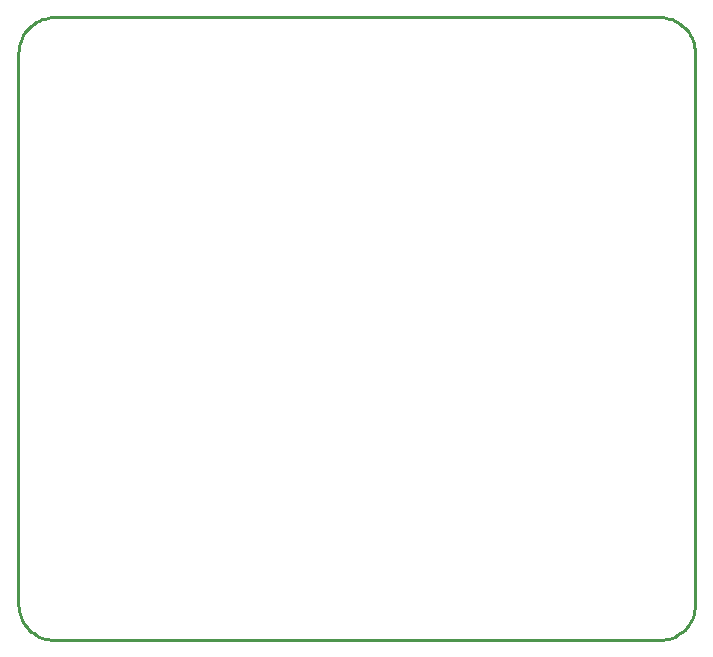
<source format=gm1>
G04*
G04 #@! TF.GenerationSoftware,Altium Limited,Altium Designer,22.9.1 (49)*
G04*
G04 Layer_Color=16711935*
%FSLAX25Y25*%
%MOIN*%
G70*
G04*
G04 #@! TF.SameCoordinates,75241AAF-32B0-4302-B227-1967B964D7D5*
G04*
G04*
G04 #@! TF.FilePolarity,Positive*
G04*
G01*
G75*
%ADD15C,0.01000*%
D15*
X11743Y207500D02*
X10720Y207455D01*
X9704Y207322D01*
X8704Y207100D01*
X7727Y206792D01*
X6780Y206400D01*
X5872Y205927D01*
X5008Y205376D01*
X4195Y204753D01*
X3440Y204060D01*
X2747Y203305D01*
X2124Y202492D01*
X1573Y201628D01*
X1100Y200720D01*
X708Y199773D01*
X400Y198796D01*
X178Y197796D01*
X45Y196780D01*
X0Y195757D01*
X225500D02*
X225455Y196780D01*
X225322Y197796D01*
X225100Y198796D01*
X224792Y199773D01*
X224400Y200720D01*
X223927Y201628D01*
X223376Y202492D01*
X222753Y203305D01*
X222060Y204060D01*
X221305Y204753D01*
X220492Y205376D01*
X219628Y205927D01*
X218720Y206400D01*
X217773Y206792D01*
X216796Y207100D01*
X215796Y207322D01*
X214780Y207455D01*
X213757Y207500D01*
Y0D02*
X214780Y45D01*
X215796Y178D01*
X216796Y400D01*
X217773Y708D01*
X218720Y1100D01*
X219628Y1573D01*
X220492Y2124D01*
X221305Y2747D01*
X222060Y3440D01*
X222753Y4195D01*
X223376Y5008D01*
X223927Y5872D01*
X224400Y6780D01*
X224792Y7727D01*
X225100Y8704D01*
X225322Y9704D01*
X225455Y10720D01*
X225500Y11743D01*
X0D02*
X45Y10720D01*
X178Y9704D01*
X400Y8704D01*
X708Y7727D01*
X1100Y6780D01*
X1573Y5872D01*
X2124Y5008D01*
X2747Y4195D01*
X3440Y3440D01*
X4195Y2747D01*
X5008Y2124D01*
X5872Y1573D01*
X6780Y1100D01*
X7727Y708D01*
X8704Y400D01*
X9704Y178D01*
X10720Y45D01*
X11743Y0D01*
Y207500D02*
X213757Y207500D01*
X225500Y195757D02*
X225500Y11743D01*
X-0D02*
X0Y195757D01*
X11743Y-0D02*
X213757Y0D01*
M02*

</source>
